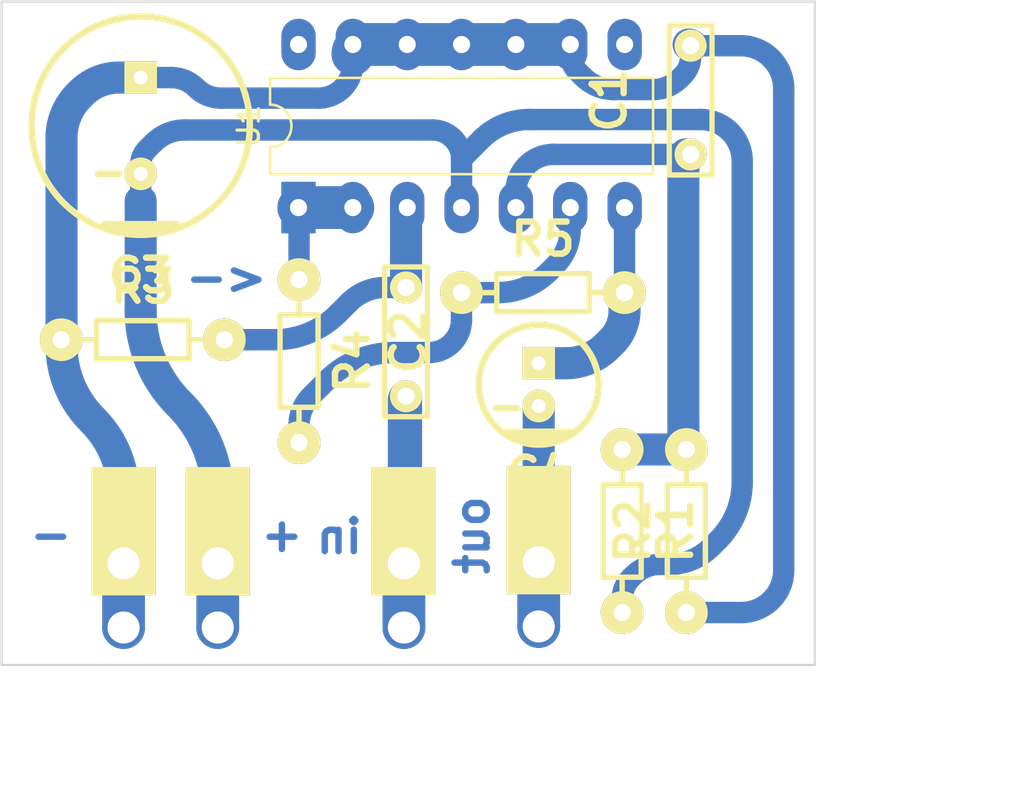
<source format=kicad_pcb>
(kicad_pcb (version 20211014) (generator pcbnew)
  (title_block (title "Pre-amp") (date "2022-11-01") (rev "V0.1") (company "E.E.S.T. Nº5") (comment 1 "Autor: Dal Degan Santiago"))
  (layers (0 "F.Cu" signal) (31 "B.Cu" signal) (34 "B.Paste" user) (35 "F.Paste" user) (36 "B.SilkS" user "B.Silkscreen") (37 "F.SilkS" user "F.Silkscreen") (38 "B.Mask" user) (39 "F.Mask" user) (44 "Edge.Cuts" user))
  (net 0 "")
  (net 1 "/virt_gnd")
  (net 2 "GND")
  (net 3 "Net-(C2-Pad1)")
  (net 4 "Net-(C2-Pad2)")
  (net 5 "VCC")
  (net 6 "Net-(C4-Pad1)")
  (net 7 "Net-(C4-Pad2)")
  (net 8 "Net-(R4-Pad1)")
  (net 9 "Net-(R4-Pad2)")
  (footprint "EESTN5:CAP_0.2" (layer "F.Cu") (at 167.4 92.4 90)
    (fp_text reference "C1" (at 0 -3.81 90) (layer "F.SilkS") (effects (font (size 1.5 1.5) (thickness 0.3))))
    (fp_text value "10u" hide)
    (fp_line (start 3.5 -1) (end -3.5 -1) (layer "F.SilkS") (width 0.24892))
    (fp_line (start -3.5 -1) (end -3.5 1) (layer "F.SilkS") (width 0.24892))
    (fp_line (start -3.5 1) (end 3.5 1) (layer "F.SilkS") (width 0.24892))
    (fp_line (start 3.5 0.889) (end 3.5 -0.889) (layer "F.SilkS") (width 0.24892))
    (pad "1" thru_hole circle locked (at -2.54 0 90) (size 1.50114 1.50114) (drill 0.8001) (layers *.Cu *.Mask "F.SilkS") (net 1 "/virt_gnd"))
    (pad "2" thru_hole circle locked (at 2.54 0 90) (size 1.50114 1.50114) (drill 0.8001) (layers *.Cu *.Mask "F.SilkS") (net 2 "GND"))
  )
  (footprint "EESTN5:RES0.3" (layer "F.Cu") (at 141.8 103.6)
    (fp_text reference "R3" (at 0 -2.5) (layer "F.SilkS") (effects (font (size 1.5 1.5) (thickness 0.3))))
    (fp_text value "1M" hide)
    (fp_line (start -2.159 0) (end -3.81 0) (layer "F.SilkS") (width 0.254))
    (fp_line (start 2.159 0) (end 3.81 0) (layer "F.SilkS") (width 0.254))
    (fp_line (start -2.159 0.889) (end 2.159 0.889) (layer "F.SilkS") (width 0.254))
    (fp_line (start 2.159 -0.889) (end -2.159 -0.889) (layer "F.SilkS") (width 0.254))
    (fp_line (start 2.159 0.889) (end 2.159 -0.889) (layer "F.SilkS") (width 0.254))
    (fp_line (start -2.159 -0.889) (end -2.159 0.889) (layer "F.SilkS") (width 0.254))
    (pad "1" thru_hole circle (at -3.81 0) (size 1.99898 1.99898) (drill 0.8001) (layers *.Cu *.Mask "F.SilkS") (net 2 "GND"))
    (pad "2" thru_hole circle (at 3.81 0) (size 1.99898 1.99898) (drill 0.8001) (layers *.Cu *.Mask "F.SilkS") (net 3 "Net-(C2-Pad1)"))
  )
  (footprint "MacroLib:DIP-14" (layer "F.Cu") (at 149.075 97.425 90)
    (fp_text reference "U1" (at 3.81 -2.33 90) (layer "F.SilkS"))
    (fp_text value "LM324")
    (fp_line (start 1.56 -1.33) (end 1.56 16.57) (layer "F.SilkS") (width 0.12))
    (fp_line (start 6.06 16.57) (end 6.06 -1.33) (layer "F.SilkS") (width 0.12))
    (fp_line (start 6.06 -1.33) (end 4.81 -1.33) (layer "F.SilkS") (width 0.12))
    (fp_line (start 2.81 -1.33) (end 1.56 -1.33) (layer "F.SilkS") (width 0.12))
    (fp_line (start 1.56 16.57) (end 6.06 16.57) (layer "F.SilkS") (width 0.12))
    (fp_arc (start 4.81 -1.33) (mid 3.81 -0.33) (end 2.81 -1.33) (layer "F.SilkS") (width 0.12))
    (pad "1" thru_hole rect (at 0 0 90) (size 2.4 1.6) (drill 0.8) (layers *.Cu *.Mask) (net 8 "Net-(R4-Pad1)"))
    (pad "2" thru_hole oval (at 0 2.54 90) (size 2.4 1.6) (drill 0.8) (layers *.Cu *.Mask) (net 8 "Net-(R4-Pad1)"))
    (pad "3" thru_hole oval (at 0 5.08 90) (size 2.4 1.6) (drill 0.8) (layers *.Cu *.Mask) (net 3 "Net-(C2-Pad1)"))
    (pad "4" thru_hole oval (at 0 7.62 90) (size 2.4 1.6) (drill 0.8) (layers *.Cu *.Mask) (net 5 "VCC"))
    (pad "5" thru_hole oval (at 0 10.16 90) (size 2.4 1.6) (drill 0.8) (layers *.Cu *.Mask) (net 1 "/virt_gnd"))
    (pad "6" thru_hole oval (at 0 12.7 90) (size 2.4 1.6) (drill 0.8) (layers *.Cu *.Mask) (net 9 "Net-(R4-Pad2)"))
    (pad "7" thru_hole oval (at 0 15.24 90) (size 2.4 1.6) (drill 0.8) (layers *.Cu *.Mask) (net 6 "Net-(C4-Pad1)"))
    (pad "8" thru_hole oval (at 7.62 15.24 90) (size 2.4 1.6) (drill 0.8) (layers *.Cu *.Mask))
    (pad "9" thru_hole oval (at 7.62 12.7 90) (size 2.4 1.6) (drill 0.8) (layers *.Cu *.Mask) (net 2 "GND"))
    (pad "10" thru_hole oval (at 7.62 10.16 90) (size 2.4 1.6) (drill 0.8) (layers *.Cu *.Mask) (net 2 "GND"))
    (pad "11" thru_hole oval (at 7.62 7.62 90) (size 2.4 1.6) (drill 0.8) (layers *.Cu *.Mask) (net 2 "GND"))
    (pad "12" thru_hole oval (at 7.62 5.08 90) (size 2.4 1.6) (drill 0.8) (layers *.Cu *.Mask) (net 2 "GND"))
    (pad "13" thru_hole oval (at 7.62 2.54 90) (size 2.4 1.6) (drill 0.8) (layers *.Cu *.Mask) (net 2 "GND"))
    (pad "14" thru_hole oval (at 7.62 0 90) (size 2.4 1.6) (drill 0.8) (layers *.Cu *.Mask))
  )
  (footprint "EESTN5:CAP_0.2" (layer "F.Cu") (at 154.1 103.7 -90)
    (fp_text reference "C2" (at 0 -0.1 90) (layer "F.SilkS") (effects (font (size 1.5 1.5) (thickness 0.3))))
    (fp_text value "10n" hide)
    (fp_line (start -3.5 -1) (end -3.5 1) (layer "F.SilkS") (width 0.24892))
    (fp_line (start 3.5 -1) (end -3.5 -1) (layer "F.SilkS") (width 0.24892))
    (fp_line (start -3.5 1) (end 3.5 1) (layer "F.SilkS") (width 0.24892))
    (fp_line (start 3.5 0.889) (end 3.5 -0.889) (layer "F.SilkS") (width 0.24892))
    (pad "1" thru_hole circle locked (at -2.54 0 270) (size 1.50114 1.50114) (drill 0.8001) (layers *.Cu *.Mask "F.SilkS") (net 3 "Net-(C2-Pad1)"))
    (pad "2" thru_hole circle locked (at 2.54 0 270) (size 1.50114 1.50114) (drill 0.8001) (layers *.Cu *.Mask "F.SilkS") (net 4 "Net-(C2-Pad2)"))
  )
  (footprint "EESTN5:CAP_ELEC_5x11mm" (layer "F.Cu") (at 160.3 105.7 180)
    (fp_text reference "C4" (at 0 -4.2) (layer "F.SilkS") (effects (font (size 1.524 1.524) (thickness 0.3048))))
    (fp_text value "22u" hide)
    (fp_line (start -1.7 -2.2) (end 1.7 -2.2) (layer "F.SilkS") (width 0.3048))
    (fp_line (start 1 -1.1) (end 2 -1.1) (layer "F.SilkS") (width 0.3))
    (fp_line (start -0.8 -2.6) (end 0.8 -2.6) (layer "F.SilkS") (width 0.3048))
    (fp_line (start -1.3 -2.4) (end 1.3 -2.4) (layer "F.SilkS") (width 0.3048))
    (fp_circle (center 0 0) (end 2.8 0) (layer "F.SilkS") (width 0.3048) (fill none))
    (pad "1" thru_hole rect locked (at 0 1 180) (size 1.524 1.524) (drill 0.65) (layers *.Cu *.Mask "F.SilkS") (net 6 "Net-(C4-Pad1)"))
    (pad "2" thru_hole circle locked (at 0 -1 180) (size 1.524 1.524) (drill 0.65) (layers *.Cu *.Mask "F.SilkS") (net 7 "Net-(C4-Pad2)"))
  )
  (footprint "EESTN5:CAP_ELEC_10X8mm" (layer "F.Cu") (at 141.7 93.6 180)
    (fp_text reference "C3" (at 0 -7) (layer "F.SilkS") (effects (font (size 1.524 1.524) (thickness 0.3048))))
    (fp_text value "1000u" hide)
    (fp_line (start -0.8 -5) (end 0.8 -5) (layer "F.SilkS") (width 0.3048))
    (fp_line (start -1.7 -4.6) (end 1.7 -4.6) (layer "F.SilkS") (width 0.3048))
    (fp_line (start 1 -2.25) (end 2 -2.25) (layer "F.SilkS") (width 0.3))
    (fp_line (start -1.3 -4.8) (end 1.3 -4.8) (layer "F.SilkS") (width 0.3048))
    (fp_circle (center 0 0) (end 5.1 0) (layer "F.SilkS") (width 0.3048) (fill none))
    (pad "1" thru_hole rect locked (at 0 2.25 180) (size 1.524 1.524) (drill 0.65) (layers *.Cu *.Mask "F.SilkS") (net 2 "GND"))
    (pad "2" thru_hole circle locked (at 0 -2.25 180) (size 1.524 1.524) (drill 0.65) (layers *.Cu *.Mask "F.SilkS") (net 5 "VCC"))
  )
  (footprint "EESTN5:RES0.3" (layer "F.Cu") (at 164.2 112.54 -90)
    (fp_text reference "R1" (at 0 -2.5 90) (layer "F.SilkS") (effects (font (size 1.5 1.5) (thickness 0.3))))
    (fp_text value "10k" hide)
    (fp_line (start 2.159 0.889) (end 2.159 -0.889) (layer "F.SilkS") (width 0.254))
    (fp_line (start -2.159 0.889) (end 2.159 0.889) (layer "F.SilkS") (width 0.254))
    (fp_line (start -2.159 -0.889) (end -2.159 0.889) (layer "F.SilkS") (width 0.254))
    (fp_line (start -2.159 0) (end -3.81 0) (layer "F.SilkS") (width 0.254))
    (fp_line (start 2.159 0) (end 3.81 0) (layer "F.SilkS") (width 0.254))
    (fp_line (start 2.159 -0.889) (end -2.159 -0.889) (layer "F.SilkS") (width 0.254))
    (pad "1" thru_hole circle (at -3.81 0 270) (size 1.99898 1.99898) (drill 0.8001) (layers *.Cu *.Mask "F.SilkS") (net 1 "/virt_gnd"))
    (pad "2" thru_hole circle (at 3.81 0 270) (size 1.99898 1.99898) (drill 0.8001) (layers *.Cu *.Mask "F.SilkS") (net 5 "VCC"))
  )
  (footprint "EESTN5:RES0.3" (layer "F.Cu") (at 160.5 101.4)
    (fp_text reference "R5" (at 0 -2.5) (layer "F.SilkS") (effects (font (size 1.5 1.5) (thickness 0.3))))
    (fp_text value "10k" hide)
    (fp_line (start -2.159 -0.889) (end -2.159 0.889) (layer "F.SilkS") (width 0.254))
    (fp_line (start 2.159 0.889) (end 2.159 -0.889) (layer "F.SilkS") (width 0.254))
    (fp_line (start 2.159 -0.889) (end -2.159 -0.889) (layer "F.SilkS") (width 0.254))
    (fp_line (start -2.159 0.889) (end 2.159 0.889) (layer "F.SilkS") (width 0.254))
    (fp_line (start 2.159 0) (end 3.81 0) (layer "F.SilkS") (width 0.254))
    (fp_line (start -2.159 0) (end -3.81 0) (layer "F.SilkS") (width 0.254))
    (pad "1" thru_hole circle (at -3.81 0) (size 1.99898 1.99898) (drill 0.8001) (layers *.Cu *.Mask "F.SilkS") (net 9 "Net-(R4-Pad2)"))
    (pad "2" thru_hole circle (at 3.81 0) (size 1.99898 1.99898) (drill 0.8001) (layers *.Cu *.Mask "F.SilkS") (net 6 "Net-(C4-Pad1)"))
  )
  (footprint "EESTN5:RES0.3" (layer "F.Cu") (at 149.1 104.6 -90)
    (fp_text reference "R4" (at 0 -2.5 90) (layer "F.SilkS") (effects (font (size 1.5 1.5) (thickness 0.3))))
    (fp_text value "5.1k" hide)
    (fp_line (start -2.159 0) (end -3.81 0) (layer "F.SilkS") (width 0.254))
    (fp_line (start 2.159 -0.889) (end -2.159 -0.889) (layer "F.SilkS") (width 0.254))
    (fp_line (start -2.159 -0.889) (end -2.159 0.889) (layer "F.SilkS") (width 0.254))
    (fp_line (start -2.159 0.889) (end 2.159 0.889) (layer "F.SilkS") (width 0.254))
    (fp_line (start 2.159 0) (end 3.81 0) (layer "F.SilkS") (width 0.254))
    (fp_line (start 2.159 0.889) (end 2.159 -0.889) (layer "F.SilkS") (width 0.254))
    (pad "1" thru_hole circle (at -3.81 0 270) (size 1.99898 1.99898) (drill 0.8001) (layers *.Cu *.Mask "F.SilkS") (net 8 "Net-(R4-Pad1)"))
    (pad "2" thru_hole circle (at 3.81 0 270) (size 1.99898 1.99898) (drill 0.8001) (layers *.Cu *.Mask "F.SilkS") (net 9 "Net-(R4-Pad2)"))
  )
  (footprint "EESTN5:Cable_Doble_1,5mm" (layer "F.Cu") (at 154 114.05 180)
    (fp_text reference "J1" hide)
    (fp_text value "Cable_PAD" hide)
    (pad "1" thru_hole circle locked (at 0 -3 180) (size 2 2) (drill 1.5) (layers *.Cu *.Mask) (net 4 "Net-(C2-Pad2)"))
    (pad "1" thru_hole circle locked (at 0 0 180) (size 1.524 1.524) (drill 0.762) (layers *.Cu *.Mask) (net 4 "Net-(C2-Pad2)"))
    (pad "1" thru_hole rect locked (at 0 0 180) (size 3 6) (drill 1.5 (offset 0 1.5)) (layers *.Cu "F.SilkS") (net 4 "Net-(C2-Pad2)"))
  )
  (footprint "EESTN5:Cable_Doble_1,5mm" (layer "F.Cu") (at 140.9 114.05 180)
    (fp_text reference "J2" hide)
    (fp_text value "Cable_PAD" hide)
    (pad "1" thru_hole circle locked (at 0 -3 180) (size 2 2) (drill 1.5) (layers *.Cu *.Mask) (net 2 "GND"))
    (pad "1" thru_hole circle locked (at 0 0 180) (size 1.524 1.524) (drill 0.762) (layers *.Cu *.Mask) (net 2 "GND"))
    (pad "1" thru_hole rect locked (at 0 0 180) (size 3 6) (drill 1.5 (offset 0 1.5)) (layers *.Cu "F.SilkS") (net 2 "GND"))
  )
  (footprint "EESTN5:Cable_Doble_1,5mm" (layer "F.Cu") (at 160.3 114 180)
    (fp_text reference "J4" hide)
    (fp_text value "Cable_PAD" hide)
    (pad "1" thru_hole rect locked (at 0 0 180) (size 3 6) (drill 1.5 (offset 0 1.5)) (layers *.Cu "F.SilkS") (net 7 "Net-(C4-Pad2)"))
    (pad "1" thru_hole circle locked (at 0 -3 180) (size 2 2) (drill 1.5) (layers *.Cu *.Mask) (net 7 "Net-(C4-Pad2)"))
    (pad "1" thru_hole circle locked (at 0 0 180) (size 1.524 1.524) (drill 0.762) (layers *.Cu *.Mask) (net 7 "Net-(C4-Pad2)"))
  )
  (footprint "EESTN5:Cable_Doble_1,5mm" (layer "F.Cu") (at 145.3 114.05 180)
    (fp_text reference "J3" hide)
    (fp_text value "Cable_PAD" hide)
    (pad "1" thru_hole rect locked (at 0 0 180) (size 3 6) (drill 1.5 (offset 0 1.5)) (layers *.Cu "F.SilkS") (net 5 "VCC"))
    (pad "1" thru_hole circle locked (at 0 0 180) (size 1.524 1.524) (drill 0.762) (layers *.Cu *.Mask) (net 5 "VCC"))
    (pad "1" thru_hole circle locked (at 0 -3 180) (size 2 2) (drill 1.5) (layers *.Cu *.Mask) (net 5 "VCC"))
  )
  (footprint "EESTN5:RES0.3" (layer "F.Cu") (at 167.2 112.54 90)
    (fp_text reference "R2" (at 0 -2.5 90) (layer "F.SilkS") (effects (font (size 1.5 1.5) (thickness 0.3))))
    (fp_text value "10k" hide)
    (fp_line (start 2.159 0) (end 3.81 0) (layer "F.SilkS") (width 0.254))
    (fp_line (start 2.159 0.889) (end 2.159 -0.889) (layer "F.SilkS") (width 0.254))
    (fp_line (start 2.159 -0.889) (end -2.159 -0.889) (layer "F.SilkS") (width 0.254))
    (fp_line (start -2.159 0.889) (end 2.159 0.889) (layer "F.SilkS") (width 0.254))
    (fp_line (start -2.159 0) (end -3.81 0) (layer "F.SilkS") (width 0.254))
    (fp_line (start -2.159 -0.889) (end -2.159 0.889) (layer "F.SilkS") (width 0.254))
    (pad "1" thru_hole circle (at -3.81 0 90) (size 1.99898 1.99898) (drill 0.8001) (layers *.Cu *.Mask "F.SilkS") (net 2 "GND"))
    (pad "2" thru_hole circle (at 3.81 0 90) (size 1.99898 1.99898) (drill 0.8001) (layers *.Cu *.Mask "F.SilkS") (net 1 "/virt_gnd"))
  )
  (gr_line (start 135.2 118.8) (end 135.2 87.8) (layer "Edge.Cuts") (width 0.1))
  (gr_line (start 173.2 87.8) (end 173.2 118.8) (layer "Edge.Cuts") (width 0.1))
  (gr_line (start 173.2 118.8) (end 135.2 118.8) (layer "Edge.Cuts") (width 0.1))
  (gr_line (start 135.2 87.8) (end 173.2 87.8) (layer "Edge.Cuts") (width 0.1))
  (gr_text "->" (at 145.7 100.9 180) (layer "B.Cu") (effects (font (size 1.5 1.5) (thickness 0.3)) (justify mirror)))
  (gr_text "in" (at 150.98 112.8) (layer "B.Cu") (effects (font (size 1.5 1.5) (thickness 0.3)) (justify mirror)))
  (gr_text "out" (at 157.19 112.73 90) (layer "B.Cu") (effects (font (size 1.5 1.5) (thickness 0.3)) (justify mirror)))
  (gr_text "-\n" (at 137.5 112.7) (layer "B.Cu") (effects (font (size 1.5 1.5) (thickness 0.3)) (justify mirror)))
  (gr_text "+" (at 148.3 112.7) (layer "B.Cu") (effects (font (size 1.5 1.5) (thickness 0.3)) (justify mirror)))
  (segment (start 167.13 108.73) (end 166.99 108.73) (width 1.5) (layer "B.Cu") (net 1))
  (segment (start 159.235 96.689784) (end 159.235 97.400251) (width 1) (layer "B.Cu") (net 1))
  (segment (start 167.13 108.73) (end 167.2 108.73) (width 1.5) (layer "B.Cu") (net 1))
  (segment (start 160.984784 94.94) (end 167.159583 94.94) (width 1) (layer "B.Cu") (net 1))
  (segment (start 167.06 95.520416) (end 167.06 108.66) (width 1.5) (layer "B.Cu") (net 1))
  (segment (start 166.99 108.73) (end 164.2 108.73) (width 1.5) (layer "B.Cu") (net 1))
  (segment (start 159.2175 97.4425) (end 159.2 97.46) (width 1) (layer "B.Cu") (net 1))
  (arc (start 159.235 96.689784) (mid 159.368194 96.02017) (end 159.7475 95.4525) (width 1) (layer "B.Cu") (net 1))
  (arc (start 167.06 95.520416) (mid 167.104181 95.2983) (end 167.23 95.11) (width 1.5) (layer "B.Cu") (net 1))
  (arc (start 167.13 108.73) (mid 167.080502 108.709497) (end 167.06 108.66) (width 1.5) (layer "B.Cu") (net 1))
  (arc (start 167.23 95.11) (mid 167.251586 95.001474) (end 167.159583 94.94) (width 1.5) (layer "B.Cu") (net 1))
  (arc (start 167.06 108.66) (mid 167.039497 108.709497) (end 166.99 108.73) (width 1.5) (layer "B.Cu") (net 1))
  (arc (start 160.984784 94.94) (mid 160.31517 95.073194) (end 159.7475 95.4525) (width 1) (layer "B.Cu") (net 1))
  (arc (start 159.235 97.400251) (mid 159.230451 97.423116) (end 159.2175 97.4425) (width 1) (layer "B.Cu") (net 1))
  (segment (start 150.002943 92.3107) (end 145.449996 92.3107) (width 1) (layer "B.Cu") (net 2))
  (segment (start 154.155 89.805) (end 161.319989 89.805) (width 2) (layer "B.Cu") (net 2))
  (segment (start 140.675 91.35) (end 141.7 91.35) (width 1.5) (layer "B.Cu") (net 2))
  (segment (start 163.816151 91.9107) (end 165.642839 91.9107) (width 1) (layer "B.Cu") (net 2))
  (segment (start 171.75 91.874386) (end 171.75 114.369756) (width 1) (layer "B.Cu") (net 2))
  (segment (start 162.372839 91.31286) (end 162.096741 91.036762) (width 1) (layer "B.Cu") (net 2))
  (segment (start 152.061821 89.805) (end 154.155 89.805) (width 2) (layer "B.Cu") (net 2))
  (segment (start 151.615 90.251821) (end 151.615 90.698643) (width 1) (layer "B.Cu") (net 2))
  (segment (start 141.7 91.35) (end 143.130661 91.35) (width 1) (layer "B.Cu") (net 2))
  (segment (start 140.9 114.05) (end 140.9 117.05) (width 2) (layer "B.Cu") (net 2))
  (segment (start 169.769756 116.35) (end 167.2 116.35) (width 1) (layer "B.Cu") (net 2))
  (segment (start 166.885339 91.396039) (end 167.038887 91.242491) (width 1) (layer "B.Cu") (net 2))
  (segment (start 167.4 90.370689) (end 167.4 89.86) (width 1) (layer "B.Cu") (net 2))
  (segment (start 167.43889 89.86) (end 169.735613 89.86) (width 1) (layer "B.Cu") (net 2))
  (segment (start 138.824999 92.174999) (end 138.925215 92.074784) (width 1.5) (layer "B.Cu") (net 2))
  (segment (start 138 94.166726) (end 138 103.84939) (width 1.5) (layer "B.Cu") (net 2))
  (segment (start 140.9 110.55) (end 140.9 113.55) (width 2) (layer "B.Cu") (net 2))
  (segment (start 140.9 110.850609) (end 140.9 114.05) (width 1.5) (layer "B.Cu") (net 2))
  (arc (start 139.45 107.35) (mid 140.523157 108.956093) (end 140.9 110.850609) (width 1.5) (layer "B.Cu") (net 2))
  (arc (start 161.775 90.26001) (mid 161.64173 89.938269) (end 161.319989 89.805) (width 1) (layer "B.Cu") (net 2))
  (arc (start 166.885339 91.396039) (mid 166.315275 91.776943) (end 165.642839 91.9107) (width 1) (layer "B.Cu") (net 2))
  (arc (start 171.75 91.874386) (mid 171.596663 91.103513) (end 171.16 90.45) (width 1) (layer "B.Cu") (net 2))
  (arc (start 161.775 90.26001) (mid 161.858617 90.680385) (end 162.096741 91.036762) (width 1) (layer "B.Cu") (net 2))
  (arc (start 167.3725 89.8325) (mid 167.342039 89.812147) (end 167.306109 89.805) (width 1.5) (layer "B.Cu") (net 2))
  (arc (start 171.17 115.77) (mid 171.599262 115.127562) (end 171.75 114.369756) (width 1) (layer "B.Cu") (net 2))
  (arc (start 152.061821 89.805) (mid 151.74587 89.93587) (end 151.615 90.251821) (width 2) (layer "B.Cu") (net 2))
  (arc (start 140.675 91.35) (mid 139.728023 91.538365) (end 138.925215 92.074784) (width 1.5) (layer "B.Cu") (net 2))
  (arc (start 167.4 90.370689) (mid 167.306149 90.842504) (end 167.038887 91.242491) (width 1) (layer "B.Cu") (net 2))
  (arc (start 167.43889 89.86) (mid 167.40296 89.852852) (end 167.3725 89.8325) (width 1.5) (layer "B.Cu") (net 2))
  (arc (start 171.16 90.45) (mid 170.506485 90.013336) (end 169.735613 89.86) (width 1) (layer "B.Cu") (net 2))
  (arc (start 138 94.166726) (mid 138.21441 93.088811) (end 138.824999 92.174999) (width 1.5) (layer "B.Cu") (net 2))
  (arc (start 139.45 107.35) (mid 138.376842 105.743906) (end 138 103.84939) (width 1.5) (layer "B.Cu") (net 2))
  (arc (start 144.290329 91.83035) (mid 143.758268 91.474838) (end 143.130661 91.35) (width 1) (layer "B.Cu") (net 2))
  (arc (start 145.449996 92.3107) (mid 144.822388 92.185861) (end 144.290329 91.83035) (width 1) (layer "B.Cu") (net 2))
  (arc (start 162.372839 91.31286) (mid 163.035036 91.755326) (end 163.816151 91.9107) (width 1) (layer "B.Cu") (net 2))
  (arc (start 150.002943 92.3107) (mid 150.61985 92.187989) (end 151.142839 91.838539) (width 1) (layer "B.Cu") (net 2))
  (arc (start 151.142839 91.838539) (mid 151.492289 91.31555) (end 151.615 90.698643) (width 1) (layer "B.Cu") (net 2))
  (arc (start 169.769756 116.35) (mid 170.527562 116.199262) (end 171.17 115.77) (width 1) (layer "B.Cu") (net 2))
  (segment (start 154.1275 97.4525) (end 154.155 97.425) (width 1.5) (layer "B.Cu") (net 3))
  (segment (start 147.974659 103.6) (end 145.61 103.6) (width 1) (layer "B.Cu") (net 3))
  (segment (start 150.919999 102.379999) (end 151.447035 101.852964) (width 1) (layer "B.Cu") (net 3))
  (segment (start 154.1 97.51889) (end 154.1 101.16) (width 1.5) (layer "B.Cu") (net 3))
  (segment (start 154.1 101.16) (end 153.12 101.16) (width 1) (layer "B.Cu") (net 3))
  (arc (start 151.447035 101.852964) (mid 152.214597 101.340095) (end 153.12 101.16) (width 1) (layer "B.Cu") (net 3))
  (arc (start 147.974659 103.6) (mid 149.568665 103.282932) (end 150.919999 102.379999) (width 1) (layer "B.Cu") (net 3))
  (arc (start 154.1275 97.4525) (mid 154.107147 97.48296) (end 154.1 97.51889) (width 1.5) (layer "B.Cu") (net 3))
  (segment (start 154 114.05) (end 154 106.41071) (width 1.5) (layer "B.Cu") (net 4))
  (segment (start 154 110.55) (end 154 113.55) (width 2) (layer "B.Cu") (net 4))
  (segment (start 154.1 106.31071) (end 154.1 109.95) (width 1.5) (layer "B.Cu") (net 4))
  (segment (start 154 114.05) (end 154 117.05) (width 2) (layer "B.Cu") (net 4))
  (arc (start 154.05 106.29) (mid 154.012994 106.345382) (end 154 106.41071) (width 1.5) (layer "B.Cu") (net 4))
  (arc (start 154.05 106.29) (mid 154.081919 106.28365) (end 154.1 106.31071) (width 1.5) (layer "B.Cu") (net 4))
  (segment (start 141.7 95.6375) (end 141.7 95.425) (width 1) (layer "B.Cu") (net 5))
  (segment (start 167.865057 93.3107) (end 159.847085 93.3107) (width 1) (layer "B.Cu") (net 5))
  (segment (start 141.7 95.6375) (end 141.7 96.0625) (width 1) (layer "B.Cu") (net 5))
  (segment (start 156.695 95.157149) (end 157.618224 94.233924) (width 1) (layer "B.Cu") (net 5))
  (segment (start 142.00052 94.699479) (end 142.299999 94.399999) (width 1) (layer "B.Cu") (net 5))
  (segment (start 143.748528 93.8) (end 155.33785 93.8) (width 1) (layer "B.Cu") (net 5))
  (segment (start 145.3 114.05) (end 145.3 110.945584) (width 1.5) (layer "B.Cu") (net 5))
  (segment (start 141.7 97.125) (end 141.7 102.254415) (width 1.5) (layer "B.Cu") (net 5))
  (segment (start 168.366708 113.283291) (end 168.68 112.97) (width 1) (layer "B.Cu") (net 5))
  (segment (start 141.7 96.0625) (end 141.7 96.275) (width 1) (layer "B.Cu") (net 5))
  (segment (start 169.81 110.241938) (end 169.81 95.255642) (width 1) (layer "B.Cu") (net 5))
  (segment (start 141.7 96.275) (end 141.7 97.125) (width 1) (layer "B.Cu") (net 5))
  (segment (start 145.3 114.05) (end 145.3 117.05) (width 2) (layer "B.Cu") (net 5))
  (segment (start 164.2 115.745) (end 164.2 116.35) (width 1) (layer "B.Cu") (net 5))
  (segment (start 164.627799 114.7122) (end 164.719999 114.619999) (width 1) (layer "B.Cu") (net 5))
  (segment (start 156.695 95.157149) (end 156.695 97.425) (width 1) (layer "B.Cu") (net 5))
  (segment (start 166.395 114.1) (end 165.975391 114.1) (width 1) (layer "B.Cu") (net 5))
  (segment (start 145.35 110.55) (end 145.3 110.6) (width 2) (layer "B.Cu") (net 5))
  (segment (start 145.3 110.55) (end 145.3 113.55) (width 2) (layer "B.Cu") (net 5))
  (arc (start 142.00052 94.699479) (mid 141.778102 95.032351) (end 141.7 95.425) (width 1) (layer "B.Cu") (net 5))
  (arc (start 156.2975 94.1975) (mid 155.857208 93.903306) (end 155.33785 93.8) (width 1) (layer "B.Cu") (net 5))
  (arc (start 166.395 114.1) (mid 167.46208 113.887744) (end 168.366708 113.283291) (width 1) (layer "B.Cu") (net 5))
  (arc (start 157.618224 94.233924) (mid 158.640834 93.550638) (end 159.847085 93.3107) (width 1) (layer "B.Cu") (net 5))
  (arc (start 143.5 106.6) (mid 144.832195 108.59377) (end 145.3 110.945584) (width 1.5) (layer "B.Cu") (net 5))
  (arc (start 156.695 95.157149) (mid 156.591693 94.63779) (end 156.2975 94.1975) (width 1) (layer "B.Cu") (net 5))
  (arc (start 169.240339 93.88036) (mid 169.661949 94.511345) (end 169.81 95.255642) (width 1) (layer "B.Cu") (net 5))
  (arc (start 164.627799 114.7122) (mid 164.311181 115.186052) (end 164.2 115.745) (width 1) (layer "B.Cu") (net 5))
  (arc (start 164.719999 114.619999) (mid 165.295978 114.235143) (end 165.975391 114.1) (width 1) (layer "B.Cu") (net 5))
  (arc (start 143.5 106.6) (mid 142.167804 104.606228) (end 141.7 102.254415) (width 1.5) (layer "B.Cu") (net 5))
  (arc (start 143.748528 93.8) (mid 142.96459 93.955934) (end 142.299999 94.399999) (width 1) (layer "B.Cu") (net 5))
  (arc (start 169.240339 93.88036) (mid 168.609354 93.458749) (end 167.865057 93.3107) (width 1) (layer "B.Cu") (net 5))
  (arc (start 168.68 112.97) (mid 169.516322 111.718354) (end 169.81 110.241938) (width 1) (layer "B.Cu") (net 5))
  (segment (start 164.31 101.407071) (end 164.31 101.392928) (width 1) (layer "B.Cu") (net 6))
  (segment (start 164.305 101.405) (end 164.3 101.41) (width 1.5) (layer "B.Cu") (net 6))
  (segment (start 164.31 101.407071) (end 164.31 102.245) (width 1.5) (layer "B.Cu") (net 6))
  (segment (start 161.561558 104.7) (end 160.3 104.7) (width 1.5) (layer "B.Cu") (net 6))
  (segment (start 164.3125 97.4275) (end 164.315 97.425) (width 1) (layer "B.Cu") (net 6))
  (segment (start 163.504999 103.894999) (end 163.712494 103.687505) (width 1.5) (layer "B.Cu") (net 6))
  (segment (start 164.31 97.433535) (end 164.31 101.392928) (width 1) (layer "B.Cu") (net 6))
  (arc (start 163.504999 103.894999) (mid 162.61334 104.490787) (end 161.561558 104.7) (width 1.5) (layer "B.Cu") (net 6))
  (arc (start 163.712494 103.687505) (mid 164.154713 103.025678) (end 164.31 102.245) (width 1.5) (layer "B.Cu") (net 6))
  (arc (start 164.31 97.433535) (mid 164.310649 97.430268) (end 164.3125 97.4275) (width 1) (layer "B.Cu") (net 6))
  (arc (start 164.31 101.407071) (mid 164.308191 101.404365) (end 164.305 101.405) (width 1.5) (layer "B.Cu") (net 6))
  (arc (start 164.31 101.392928) (mid 164.3087 101.399461) (end 164.305 101.405) (width 1.5) (layer "B.Cu") (net 6))
  (segment (start 160.3 110.5) (end 160.3 113.5) (width 2) (layer "B.Cu") (net 7))
  (segment (start 160.3 114) (end 160.3 117) (width 2) (layer "B.Cu") (net 7))
  (segment (start 160.3 114) (end 160.3 106.85) (width 1.5) (layer "B.Cu") (net 7))
  (segment (start 149.092677 97.425) (end 151.615 97.425) (width 2) (layer "B.Cu") (net 8))
  (segment (start 149.1 97.467677) (end 149.1 100.79) (width 1) (layer "B.Cu") (net 8))
  (arc (start 149.0875 97.4375) (mid 149.085912 97.42952) (end 149.092677 97.425) (width 2) (layer "B.Cu") (net 8))
  (arc (start 149.1 97.467677) (mid 149.096751 97.451345) (end 149.0875 97.4375) (width 1) (layer "B.Cu") (net 8))
  (segment (start 160.7875 100.4125) (end 161.067893 100.132106) (width 1) (layer "B.Cu") (net 9))
  (segment (start 149.1 107.605) (end 149.1 108.41) (width 1) (layer "B.Cu") (net 9))
  (segment (start 150.4 105.5) (end 149.66922 106.230779) (width 1) (layer "B.Cu") (net 9))
  (segment (start 156.69 102.680674) (end 156.69 101.4) (width 1) (layer "B.Cu") (net 9))
  (segment (start 153.538477 104.2) (end 155.170674 104.2) (width 1) (layer "B.Cu") (net 9))
  (segment (start 158.403464 101.4) (end 156.69 101.4) (width 1) (layer "B.Cu") (net 9))
  (segment (start 161.775 98.425) (end 161.775 97.425) (width 1) (layer "B.Cu") (net 9))
  (arc (start 149.66922 106.230779) (mid 149.247935 106.861276) (end 149.1 107.605) (width 1) (layer "B.Cu") (net 9))
  (arc (start 156.69 102.680674) (mid 156.574348 103.262095) (end 156.245 103.755) (width 1) (layer "B.Cu") (net 9))
  (arc (start 161.775 98.425) (mid 161.591228 99.348879) (end 161.067893 100.132106) (width 1) (layer "B.Cu") (net 9))
  (arc (start 160.7875 100.4125) (mid 159.693695 101.143357) (end 158.403464 101.4) (width 1) (layer "B.Cu") (net 9))
  (arc (start 156.245 103.755) (mid 155.752095 104.084348) (end 155.170674 104.2) (width 1) (layer "B.Cu") (net 9))
  (arc (start 150.4 105.5) (mid 151.839945 104.537858) (end 153.538477 104.2) (width 1) (layer "B.Cu") (net 9))
)
</source>
